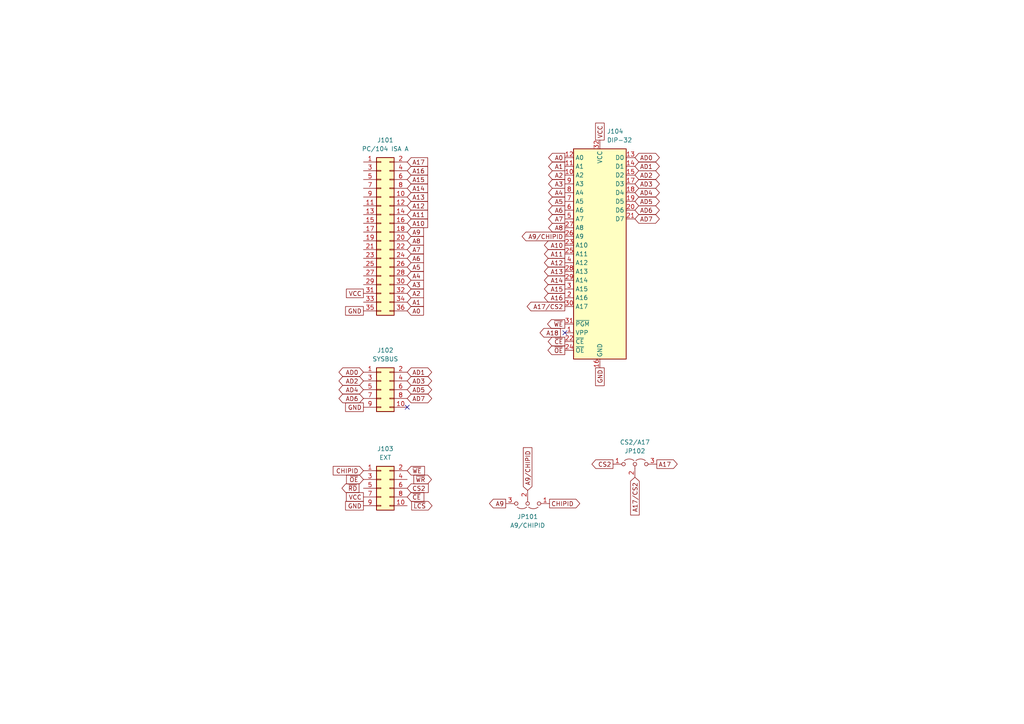
<source format=kicad_sch>
(kicad_sch (version 20211123) (generator eeschema)
  (paper "A4")
  (lib_symbols
    (symbol "Connector_Generic:Conn_02x05_Odd_Even" (pin_names (offset 1.016) hide)
      (property "Reference" "J" (at 1.27 7.62 0))
      (property "Value" "Conn_02x05_Odd_Even" (at 1.27 -7.62 0))
      (symbol "Conn_02x05_Odd_Even_1_1"
        (rectangle (start -1.27 -4.953) (end 0 -5.207) (stroke (width 0.1524)))
        (rectangle (start -1.27 -2.413) (end 0 -2.667) (stroke (width 0.1524)))
        (rectangle (start -1.27 0.127) (end 0 -0.127) (stroke (width 0.1524)))
        (rectangle (start -1.27 2.667) (end 0 2.413) (stroke (width 0.1524)))
        (rectangle (start -1.27 5.207) (end 0 4.953) (stroke (width 0.1524)))
        (rectangle (start -1.27 6.35) (end 3.81 -6.35) (stroke (width 0.254)) (fill (type background)))
        (rectangle (start 3.81 -4.953) (end 2.54 -5.207) (stroke (width 0.1524)))
        (rectangle (start 3.81 -2.413) (end 2.54 -2.667) (stroke (width 0.1524)))
        (rectangle (start 3.81 0.127) (end 2.54 -0.127) (stroke (width 0.1524)))
        (rectangle (start 3.81 2.667) (end 2.54 2.413) (stroke (width 0.1524)))
        (rectangle (start 3.81 5.207) (end 2.54 4.953) (stroke (width 0.1524)))
        (pin passive line (at -5.08 5.08 0) (length 3.81) (name "Pin_1") (number "1"))
        (pin passive line (at 7.62 -5.08 180) (length 3.81) (name "Pin_10") (number "10"))
        (pin passive line (at 7.62 5.08 180) (length 3.81) (name "Pin_2") (number "2"))
        (pin passive line (at -5.08 2.54 0) (length 3.81) (name "Pin_3") (number "3"))
        (pin passive line (at 7.62 2.54 180) (length 3.81) (name "Pin_4") (number "4"))
        (pin passive line (at -5.08 0 0) (length 3.81) (name "Pin_5") (number "5"))
        (pin passive line (at 7.62 0 180) (length 3.81) (name "Pin_6") (number "6"))
        (pin passive line (at -5.08 -2.54 0) (length 3.81) (name "Pin_7") (number "7"))
        (pin passive line (at 7.62 -2.54 180) (length 3.81) (name "Pin_8") (number "8"))
        (pin passive line (at -5.08 -5.08 0) (length 3.81) (name "Pin_9") (number "9"))
      )
    )
    (symbol "Connector_Generic:Conn_02x18_Odd_Even" (pin_names (offset 1.016) hide)
      (property "Reference" "J" (at 1.27 22.86 0))
      (property "Value" "Conn_02x18_Odd_Even" (at 1.27 -25.4 0))
      (symbol "Conn_02x18_Odd_Even_1_1"
        (rectangle (start -1.27 -22.733) (end 0 -22.987) (stroke (width 0.1524)))
        (rectangle (start -1.27 -20.193) (end 0 -20.447) (stroke (width 0.1524)))
        (rectangle (start -1.27 -17.653) (end 0 -17.907) (stroke (width 0.1524)))
        (rectangle (start -1.27 -15.113) (end 0 -15.367) (stroke (width 0.1524)))
        (rectangle (start -1.27 -12.573) (end 0 -12.827) (stroke (width 0.1524)))
        (rectangle (start -1.27 -10.033) (end 0 -10.287) (stroke (width 0.1524)))
        (rectangle (start -1.27 -7.493) (end 0 -7.747) (stroke (width 0.1524)))
        (rectangle (start -1.27 -4.953) (end 0 -5.207) (stroke (width 0.1524)))
        (rectangle (start -1.27 -2.413) (end 0 -2.667) (stroke (width 0.1524)))
        (rectangle (start -1.27 0.127) (end 0 -0.127) (stroke (width 0.1524)))
        (rectangle (start -1.27 2.667) (end 0 2.413) (stroke (width 0.1524)))
        (rectangle (start -1.27 5.207) (end 0 4.953) (stroke (width 0.1524)))
        (rectangle (start -1.27 7.747) (end 0 7.493) (stroke (width 0.1524)))
        (rectangle (start -1.27 10.287) (end 0 10.033) (stroke (width 0.1524)))
        (rectangle (start -1.27 12.827) (end 0 12.573) (stroke (width 0.1524)))
        (rectangle (start -1.27 15.367) (end 0 15.113) (stroke (width 0.1524)))
        (rectangle (start -1.27 17.907) (end 0 17.653) (stroke (width 0.1524)))
        (rectangle (start -1.27 20.447) (end 0 20.193) (stroke (width 0.1524)))
        (rectangle (start -1.27 21.59) (end 3.81 -24.13) (stroke (width 0.254)) (fill (type background)))
        (rectangle (start 3.81 -22.733) (end 2.54 -22.987) (stroke (width 0.1524)))
        (rectangle (start 3.81 -20.193) (end 2.54 -20.447) (stroke (width 0.1524)))
        (rectangle (start 3.81 -17.653) (end 2.54 -17.907) (stroke (width 0.1524)))
        (rectangle (start 3.81 -15.113) (end 2.54 -15.367) (stroke (width 0.1524)))
        (rectangle (start 3.81 -12.573) (end 2.54 -12.827) (stroke (width 0.1524)))
        (rectangle (start 3.81 -10.033) (end 2.54 -10.287) (stroke (width 0.1524)))
        (rectangle (start 3.81 -7.493) (end 2.54 -7.747) (stroke (width 0.1524)))
        (rectangle (start 3.81 -4.953) (end 2.54 -5.207) (stroke (width 0.1524)))
        (rectangle (start 3.81 -2.413) (end 2.54 -2.667) (stroke (width 0.1524)))
        (rectangle (start 3.81 0.127) (end 2.54 -0.127) (stroke (width 0.1524)))
        (rectangle (start 3.81 2.667) (end 2.54 2.413) (stroke (width 0.1524)))
        (rectangle (start 3.81 5.207) (end 2.54 4.953) (stroke (width 0.1524)))
        (rectangle (start 3.81 7.747) (end 2.54 7.493) (stroke (width 0.1524)))
        (rectangle (start 3.81 10.287) (end 2.54 10.033) (stroke (width 0.1524)))
        (rectangle (start 3.81 12.827) (end 2.54 12.573) (stroke (width 0.1524)))
        (rectangle (start 3.81 15.367) (end 2.54 15.113) (stroke (width 0.1524)))
        (rectangle (start 3.81 17.907) (end 2.54 17.653) (stroke (width 0.1524)))
        (rectangle (start 3.81 20.447) (end 2.54 20.193) (stroke (width 0.1524)))
        (pin passive line (at -5.08 20.32 0) (length 3.81) (name "Pin_1") (number "1"))
        (pin passive line (at 7.62 10.16 180) (length 3.81) (name "Pin_10") (number "10"))
        (pin passive line (at -5.08 7.62 0) (length 3.81) (name "Pin_11") (number "11"))
        (pin passive line (at 7.62 7.62 180) (length 3.81) (name "Pin_12") (number "12"))
        (pin passive line (at -5.08 5.08 0) (length 3.81) (name "Pin_13") (number "13"))
        (pin passive line (at 7.62 5.08 180) (length 3.81) (name "Pin_14") (number "14"))
        (pin passive line (at -5.08 2.54 0) (length 3.81) (name "Pin_15") (number "15"))
        (pin passive line (at 7.62 2.54 180) (length 3.81) (name "Pin_16") (number "16"))
        (pin passive line (at -5.08 0 0) (length 3.81) (name "Pin_17") (number "17"))
        (pin passive line (at 7.62 0 180) (length 3.81) (name "Pin_18") (number "18"))
        (pin passive line (at -5.08 -2.54 0) (length 3.81) (name "Pin_19") (number "19"))
        (pin passive line (at 7.62 20.32 180) (length 3.81) (name "Pin_2") (number "2"))
        (pin passive line (at 7.62 -2.54 180) (length 3.81) (name "Pin_20") (number "20"))
        (pin passive line (at -5.08 -5.08 0) (length 3.81) (name "Pin_21") (number "21"))
        (pin passive line (at 7.62 -5.08 180) (length 3.81) (name "Pin_22") (number "22"))
        (pin passive line (at -5.08 -7.62 0) (length 3.81) (name "Pin_23") (number "23"))
        (pin passive line (at 7.62 -7.62 180) (length 3.81) (name "Pin_24") (number "24"))
        (pin passive line (at -5.08 -10.16 0) (length 3.81) (name "Pin_25") (number "25"))
        (pin passive line (at 7.62 -10.16 180) (length 3.81) (name "Pin_26") (number "26"))
        (pin passive line (at -5.08 -12.7 0) (length 3.81) (name "Pin_27") (number "27"))
        (pin passive line (at 7.62 -12.7 180) (length 3.81) (name "Pin_28") (number "28"))
        (pin passive line (at -5.08 -15.24 0) (length 3.81) (name "Pin_29") (number "29"))
        (pin passive line (at -5.08 17.78 0) (length 3.81) (name "Pin_3") (number "3"))
        (pin passive line (at 7.62 -15.24 180) (length 3.81) (name "Pin_30") (number "30"))
        (pin passive line (at -5.08 -17.78 0) (length 3.81) (name "Pin_31") (number "31"))
        (pin passive line (at 7.62 -17.78 180) (length 3.81) (name "Pin_32") (number "32"))
        (pin passive line (at -5.08 -20.32 0) (length 3.81) (name "Pin_33") (number "33"))
        (pin passive line (at 7.62 -20.32 180) (length 3.81) (name "Pin_34") (number "34"))
        (pin passive line (at -5.08 -22.86 0) (length 3.81) (name "Pin_35") (number "35"))
        (pin passive line (at 7.62 -22.86 180) (length 3.81) (name "Pin_36") (number "36"))
        (pin passive line (at 7.62 17.78 180) (length 3.81) (name "Pin_4") (number "4"))
        (pin passive line (at -5.08 15.24 0) (length 3.81) (name "Pin_5") (number "5"))
        (pin passive line (at 7.62 15.24 180) (length 3.81) (name "Pin_6") (number "6"))
        (pin passive line (at -5.08 12.7 0) (length 3.81) (name "Pin_7") (number "7"))
        (pin passive line (at 7.62 12.7 180) (length 3.81) (name "Pin_8") (number "8"))
        (pin passive line (at -5.08 10.16 0) (length 3.81) (name "Pin_9") (number "9"))
      )
    )
    (symbol "Jumper:Jumper_3_Open" (pin_names (offset 0) hide)
      (property "Reference" "JP" (at -2.54 -2.54 0))
      (property "Value" "Jumper_3_Open" (at 0 2.794 0))
      (symbol "Jumper_3_Open_0_0"
        (circle (center -3.302 0) (radius 0.508))
        (circle (center 0 0) (radius 0.508))
        (circle (center 3.302 0) (radius 0.508))
      )
      (symbol "Jumper_3_Open_0_1"
        (arc (start -0.254 1.016) (mid -1.651 1.4992) (end -3.048 1.016))
        (polyline (pts (xy 0 -0.508) (xy 0 -1.27)))
        (arc (start 3.048 1.016) (mid 1.651 1.4992) (end 0.254 1.016))
      )
      (symbol "Jumper_3_Open_1_1"
        (pin passive line (at -6.35 0 0) (length 2.54) (name "A") (number "1"))
        (pin passive line (at 0 -3.81 90) (length 2.54) (name "C") (number "2"))
        (pin passive line (at 6.35 0 180) (length 2.54) (name "B") (number "3"))
      )
    )
    (symbol "Memory_EPROM:27C020"
      (property "Reference" "U" (at -7.62 31.75 0))
      (property "Value" "27C020" (at 2.54 -31.75 0))
      (symbol "27C020_1_1"
        (rectangle (start -7.62 30.48) (end 7.62 -30.48) (stroke (width 0.254)) (fill (type background)))
        (pin input line (at -10.16 -22.86 0) (length 2.54) (name "VPP") (number "1"))
        (pin input line (at -10.16 22.86 0) (length 2.54) (name "A2") (number "10"))
        (pin input line (at -10.16 25.4 0) (length 2.54) (name "A1") (number "11"))
        (pin input line (at -10.16 27.94 0) (length 2.54) (name "A0") (number "12"))
        (pin tri_state line (at 10.16 27.94 180) (length 2.54) (name "D0") (number "13"))
        (pin tri_state line (at 10.16 25.4 180) (length 2.54) (name "D1") (number "14"))
        (pin tri_state line (at 10.16 22.86 180) (length 2.54) (name "D2") (number "15"))
        (pin power_in line (at 0 -33.02 90) (length 2.54) (name "GND") (number "16"))
        (pin tri_state line (at 10.16 20.32 180) (length 2.54) (name "D3") (number "17"))
        (pin tri_state line (at 10.16 17.78 180) (length 2.54) (name "D4") (number "18"))
        (pin tri_state line (at 10.16 15.24 180) (length 2.54) (name "D5") (number "19"))
        (pin input line (at -10.16 -12.7 0) (length 2.54) (name "A16") (number "2"))
        (pin tri_state line (at 10.16 12.7 180) (length 2.54) (name "D6") (number "20"))
        (pin tri_state line (at 10.16 10.16 180) (length 2.54) (name "D7") (number "21"))
        (pin input line (at -10.16 -25.4 0) (length 2.54) (name "~{CE}") (number "22"))
        (pin input line (at -10.16 2.54 0) (length 2.54) (name "A10") (number "23"))
        (pin input line (at -10.16 -27.94 0) (length 2.54) (name "~{OE}") (number "24"))
        (pin input line (at -10.16 0 0) (length 2.54) (name "A11") (number "25"))
        (pin input line (at -10.16 5.08 0) (length 2.54) (name "A9") (number "26"))
        (pin input line (at -10.16 7.62 0) (length 2.54) (name "A8") (number "27"))
        (pin input line (at -10.16 -5.08 0) (length 2.54) (name "A13") (number "28"))
        (pin input line (at -10.16 -7.62 0) (length 2.54) (name "A14") (number "29"))
        (pin input line (at -10.16 -10.16 0) (length 2.54) (name "A15") (number "3"))
        (pin input line (at -10.16 -15.24 0) (length 2.54) (name "A17") (number "30"))
        (pin input line (at -10.16 -20.32 0) (length 2.54) (name "~{PGM}") (number "31"))
        (pin power_in line (at 0 33.02 270) (length 2.54) (name "VCC") (number "32"))
        (pin input line (at -10.16 -2.54 0) (length 2.54) (name "A12") (number "4"))
        (pin input line (at -10.16 10.16 0) (length 2.54) (name "A7") (number "5"))
        (pin input line (at -10.16 12.7 0) (length 2.54) (name "A6") (number "6"))
        (pin input line (at -10.16 15.24 0) (length 2.54) (name "A5") (number "7"))
        (pin input line (at -10.16 17.78 0) (length 2.54) (name "A4") (number "8"))
        (pin input line (at -10.16 20.32 0) (length 2.54) (name "A3") (number "9"))
      )
    )
  )
  (no_connect (at 118.11 118.11))
  (no_connect (at 163.83 96.52))
  (global_label "A9" (shape output) (at 146.685 146.05 180) (property "Intersheet References" "${INTERSHEET_REFS}" (effects hide)))
  (global_label "A9{slash}CHIPID" (shape input) (at 153.035 142.24 90) (property "Intersheet References" "${INTERSHEET_REFS}" (effects hide)))
  (global_label "A18" (shape output) (at 162.56 96.52 180) (property "Intersheet References" "${INTERSHEET_REFS}" (effects hide)))
  (global_label "A12" (shape output) (at 163.83 76.2 180) (property "Intersheet References" "${INTERSHEET_REFS}" (effects hide)))
  (global_label "AD1" (shape bidirectional) (at 118.11 107.95 0) (property "Intersheet References" "${INTERSHEET_REFS}" (effects hide)))
  (global_label "VCC" (shape passive) (at 173.99 40.64 90) (property "Intersheet References" "${INTERSHEET_REFS}" (effects hide)))
  (global_label "A17{slash}CS2" (shape input) (at 184.15 138.43 270) (property "Intersheet References" "${INTERSHEET_REFS}" (effects hide)))
  (global_label "A11" (shape input) (at 118.11 62.23 0) (property "Intersheet References" "${INTERSHEET_REFS}" (effects hide)))
  (global_label "AD5" (shape bidirectional) (at 118.11 113.03 0) (property "Intersheet References" "${INTERSHEET_REFS}" (effects hide)))
  (global_label "AD4" (shape bidirectional) (at 105.41 113.03 180) (property "Intersheet References" "${INTERSHEET_REFS}" (effects hide)))
  (global_label "~{LCS}" (shape output) (at 119.38 146.685 0) (property "Intersheet References" "${INTERSHEET_REFS}" (effects hide)))
  (global_label "AD4" (shape bidirectional) (at 184.15 55.88 0) (property "Intersheet References" "${INTERSHEET_REFS}" (effects hide)))
  (global_label "A14" (shape output) (at 163.83 81.28 180) (property "Intersheet References" "${INTERSHEET_REFS}" (effects hide)))
  (global_label "A12" (shape input) (at 118.11 59.69 0) (property "Intersheet References" "${INTERSHEET_REFS}" (effects hide)))
  (global_label "A5" (shape input) (at 118.11 77.47 0) (property "Intersheet References" "${INTERSHEET_REFS}" (effects hide)))
  (global_label "A8" (shape input) (at 118.11 69.85 0) (property "Intersheet References" "${INTERSHEET_REFS}" (effects hide)))
  (global_label "CHIPID" (shape output) (at 159.385 146.05 0) (property "Intersheet References" "${INTERSHEET_REFS}" (effects hide)))
  (global_label "A0" (shape output) (at 163.83 45.72 180) (property "Intersheet References" "${INTERSHEET_REFS}" (effects hide)))
  (global_label "A10" (shape input) (at 118.11 64.77 0) (property "Intersheet References" "${INTERSHEET_REFS}" (effects hide)))
  (global_label "A14" (shape input) (at 118.11 54.61 0) (property "Intersheet References" "${INTERSHEET_REFS}" (effects hide)))
  (global_label "VCC" (shape passive) (at 105.41 85.09 180) (property "Intersheet References" "${INTERSHEET_REFS}" (effects hide)))
  (global_label "A6" (shape input) (at 118.11 74.93 0) (property "Intersheet References" "${INTERSHEET_REFS}" (effects hide)))
  (global_label "A17" (shape output) (at 190.5 134.62 0) (property "Intersheet References" "${INTERSHEET_REFS}" (effects hide)))
  (global_label "AD0" (shape bidirectional) (at 184.15 45.72 0) (property "Intersheet References" "${INTERSHEET_REFS}" (effects hide)))
  (global_label "~{OE}" (shape input) (at 105.41 139.065 180) (property "Intersheet References" "${INTERSHEET_REFS}" (effects hide)))
  (global_label "AD7" (shape bidirectional) (at 118.11 115.57 0) (property "Intersheet References" "${INTERSHEET_REFS}" (effects hide)))
  (global_label "AD6" (shape bidirectional) (at 105.41 115.57 180) (property "Intersheet References" "${INTERSHEET_REFS}" (effects hide)))
  (global_label "GND" (shape passive) (at 173.99 106.68 270) (property "Intersheet References" "${INTERSHEET_REFS}" (effects hide)))
  (global_label "AD6" (shape bidirectional) (at 184.15 60.96 0) (property "Intersheet References" "${INTERSHEET_REFS}" (effects hide)))
  (global_label "AD3" (shape bidirectional) (at 184.15 53.34 0) (property "Intersheet References" "${INTERSHEET_REFS}" (effects hide)))
  (global_label "AD1" (shape bidirectional) (at 184.15 48.26 0) (property "Intersheet References" "${INTERSHEET_REFS}" (effects hide)))
  (global_label "A5" (shape output) (at 163.83 58.42 180) (property "Intersheet References" "${INTERSHEET_REFS}" (effects hide)))
  (global_label "A17{slash}CS2" (shape output) (at 163.83 88.9 180) (property "Intersheet References" "${INTERSHEET_REFS}" (effects hide)))
  (global_label "VCC" (shape passive) (at 105.41 144.145 180) (property "Intersheet References" "${INTERSHEET_REFS}" (effects hide)))
  (global_label "CHIPID" (shape input) (at 105.41 136.525 180) (property "Intersheet References" "${INTERSHEET_REFS}" (effects hide)))
  (global_label "A6" (shape output) (at 163.83 60.96 180) (property "Intersheet References" "${INTERSHEET_REFS}" (effects hide)))
  (global_label "A7" (shape output) (at 163.83 63.5 180) (property "Intersheet References" "${INTERSHEET_REFS}" (effects hide)))
  (global_label "~{WR}" (shape output) (at 120.015 139.065 0) (property "Intersheet References" "${INTERSHEET_REFS}" (effects hide)))
  (global_label "AD5" (shape bidirectional) (at 184.15 58.42 0) (property "Intersheet References" "${INTERSHEET_REFS}" (effects hide)))
  (global_label "~{WE}" (shape output) (at 163.83 93.98 180) (property "Intersheet References" "${INTERSHEET_REFS}" (effects hide)))
  (global_label "A8" (shape output) (at 163.83 66.04 180) (property "Intersheet References" "${INTERSHEET_REFS}" (effects hide)))
  (global_label "A16" (shape input) (at 118.11 49.53 0) (property "Intersheet References" "${INTERSHEET_REFS}" (effects hide)))
  (global_label "A3" (shape input) (at 118.11 82.55 0) (property "Intersheet References" "${INTERSHEET_REFS}" (effects hide)))
  (global_label "AD2" (shape bidirectional) (at 184.15 50.8 0) (property "Intersheet References" "${INTERSHEET_REFS}" (effects hide)))
  (global_label "AD0" (shape bidirectional) (at 105.41 107.95 180) (property "Intersheet References" "${INTERSHEET_REFS}" (effects hide)))
  (global_label "~{WE}" (shape input) (at 118.11 136.525 0) (property "Intersheet References" "${INTERSHEET_REFS}" (effects hide)))
  (global_label "A10" (shape output) (at 163.83 71.12 180) (property "Intersheet References" "${INTERSHEET_REFS}" (effects hide)))
  (global_label "A11" (shape output) (at 163.83 73.66 180) (property "Intersheet References" "${INTERSHEET_REFS}" (effects hide)))
  (global_label "A1" (shape input) (at 118.11 87.63 0) (property "Intersheet References" "${INTERSHEET_REFS}" (effects hide)))
  (global_label "~{OE}" (shape output) (at 163.83 101.6 180) (property "Intersheet References" "${INTERSHEET_REFS}" (effects hide)))
  (global_label "GND" (shape passive) (at 105.41 118.11 180) (property "Intersheet References" "${INTERSHEET_REFS}" (effects hide)))
  (global_label "A13" (shape output) (at 163.83 78.74 180) (property "Intersheet References" "${INTERSHEET_REFS}" (effects hide)))
  (global_label "A7" (shape input) (at 118.11 72.39 0) (property "Intersheet References" "${INTERSHEET_REFS}" (effects hide)))
  (global_label "AD3" (shape bidirectional) (at 118.11 110.49 0) (property "Intersheet References" "${INTERSHEET_REFS}" (effects hide)))
  (global_label "A15" (shape output) (at 163.83 83.82 180) (property "Intersheet References" "${INTERSHEET_REFS}" (effects hide)))
  (global_label "~{CE}" (shape input) (at 118.11 144.145 0) (property "Intersheet References" "${INTERSHEET_REFS}" (effects hide)))
  (global_label "A13" (shape input) (at 118.11 57.15 0) (property "Intersheet References" "${INTERSHEET_REFS}" (effects hide)))
  (global_label "A15" (shape input) (at 118.11 52.07 0) (property "Intersheet References" "${INTERSHEET_REFS}" (effects hide)))
  (global_label "~{RD}" (shape output) (at 104.14 141.605 180) (property "Intersheet References" "${INTERSHEET_REFS}" (effects hide)))
  (global_label "GND" (shape passive) (at 105.41 146.685 180) (property "Intersheet References" "${INTERSHEET_REFS}" (effects hide)))
  (global_label "CS2" (shape output) (at 177.8 134.62 180) (property "Intersheet References" "${INTERSHEET_REFS}" (effects hide)))
  (global_label "A0" (shape input) (at 118.11 90.17 0) (property "Intersheet References" "${INTERSHEET_REFS}" (effects hide)))
  (global_label "AD7" (shape bidirectional) (at 184.15 63.5 0) (property "Intersheet References" "${INTERSHEET_REFS}" (effects hide)))
  (global_label "A9{slash}CHIPID" (shape output) (at 163.83 68.58 180) (property "Intersheet References" "${INTERSHEET_REFS}" (effects hide)))
  (global_label "CS2" (shape input) (at 118.11 141.605 0) (property "Intersheet References" "${INTERSHEET_REFS}" (effects hide)))
  (global_label "GND" (shape passive) (at 105.41 90.17 180) (property "Intersheet References" "${INTERSHEET_REFS}" (effects hide)))
  (global_label "A4" (shape input) (at 118.11 80.01 0) (property "Intersheet References" "${INTERSHEET_REFS}" (effects hide)))
  (global_label "A3" (shape output) (at 163.83 53.34 180) (property "Intersheet References" "${INTERSHEET_REFS}" (effects hide)))
  (global_label "A17" (shape input) (at 118.11 46.99 0) (property "Intersheet References" "${INTERSHEET_REFS}" (effects hide)))
  (global_label "A1" (shape output) (at 163.83 48.26 180) (property "Intersheet References" "${INTERSHEET_REFS}" (effects hide)))
  (global_label "A4" (shape output) (at 163.83 55.88 180) (property "Intersheet References" "${INTERSHEET_REFS}" (effects hide)))
  (global_label "A9" (shape input) (at 118.11 67.31 0) (property "Intersheet References" "${INTERSHEET_REFS}" (effects hide)))
  (global_label "~{CE}" (shape output) (at 163.83 99.06 180) (property "Intersheet References" "${INTERSHEET_REFS}" (effects hide)))
  (global_label "A16" (shape output) (at 163.83 86.36 180) (property "Intersheet References" "${INTERSHEET_REFS}" (effects hide)))
  (global_label "A2" (shape input) (at 118.11 85.09 0) (property "Intersheet References" "${INTERSHEET_REFS}" (effects hide)))
  (global_label "AD2" (shape bidirectional) (at 105.41 110.49 180) (property "Intersheet References" "${INTERSHEET_REFS}" (effects hide)))
  (global_label "A2" (shape output) (at 163.83 50.8 180) (property "Intersheet References" "${INTERSHEET_REFS}" (effects hide)))
  (symbol (lib_id "Connector_Generic:Conn_02x18_Odd_Even") (at 110.49 67.31 0) (unit 1)
    (property "Reference" "J101" (at 111.76 40.64 0))
    (property "Value" "PC/104 ISA A" (at 111.76 43.18 0))
    (property "Footprint" "Connector_PinSocket_2.54mm:PinSocket_2x18_P2.54mm_Vertical" (effects hide))
  )
  (symbol (lib_id "Jumper:Jumper_3_Open") (at 184.15 134.62 0) (unit 1)
    (property "Reference" "JP102" (at 184.15 130.81 0))
    (property "Value" "CS2/A17" (at 184.15 128.27 0))
    (property "Footprint" "Connector_PinHeader_2.54mm:PinHeader_1x03_P2.54mm_Vertical" (effects hide))
  )
  (symbol (lib_id "Connector_Generic:Conn_02x05_Odd_Even") (at 110.49 141.605 0) (unit 1)
    (property "Reference" "J103" (at 111.76 130.175 0))
    (property "Value" "EXT" (at 111.76 132.715 0))
    (property "Footprint" "Connector_PinHeader_1.27mm:PinHeader_2x05_P1.27mm_Vertical" (effects hide))
  )
  (symbol (lib_id "Connector_Generic:Conn_02x05_Odd_Even") (at 110.49 113.03 0) (unit 1)
    (property "Reference" "J102" (at 111.76 101.6 0))
    (property "Value" "SYSBUS" (at 111.76 104.14 0))
    (property "Footprint" "Connector_PinHeader_1.27mm:PinHeader_2x05_P1.27mm_Vertical" (effects hide))
  )
  (symbol (lib_id "Memory_EPROM:27C020") (at 173.99 73.66 0) (unit 1)
    (property "Reference" "J104" (at 176.0094 38.1 0) (effects (justify left)))
    (property "Value" "DIP-32" (at 176.0094 40.64 0) (effects (justify left)))
    (property "Footprint" "Package_DIP:DIP-32_W15.24mm_LongPads" (effects hide))
    (property "Datasheet" "https://www.mouser.co.uk/datasheet/2/268/20005023B-709002.pdf" (effects hide))
    (property "Manufacturer_Part_Number" "SST39SF020A-70-4C-NHE" (effects hide))
    (property "Mouser Part Number" "804-39SF020A7CNHE " (effects hide))
  )
  (symbol (lib_id "Jumper:Jumper_3_Open") (at 153.035 146.05 180) (unit 1)
    (property "Reference" "JP101" (at 153.035 149.86 0))
    (property "Value" "A9/CHIPID" (at 153.035 152.4 0))
    (property "Footprint" "Connector_PinHeader_2.54mm:PinHeader_1x03_P2.54mm_Vertical" (effects hide))
  )
)
</source>
